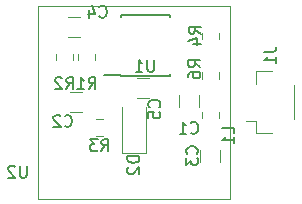
<source format=gbr>
G04 #@! TF.GenerationSoftware,KiCad,Pcbnew,(5.0.0)*
G04 #@! TF.CreationDate,2019-03-24T09:47:22+01:00*
G04 #@! TF.ProjectId,photoDiode_MDversion1.2,70686F746F44696F64655F4D44766572,rev?*
G04 #@! TF.SameCoordinates,Original*
G04 #@! TF.FileFunction,Legend,Bot*
G04 #@! TF.FilePolarity,Positive*
%FSLAX46Y46*%
G04 Gerber Fmt 4.6, Leading zero omitted, Abs format (unit mm)*
G04 Created by KiCad (PCBNEW (5.0.0)) date 03/24/19 09:47:22*
%MOMM*%
%LPD*%
G01*
G04 APERTURE LIST*
%ADD10C,0.120000*%
%ADD11C,0.150000*%
%ADD12C,0.100000*%
G04 APERTURE END LIST*
D10*
G04 #@! TO.C,D2*
X150500000Y-99260000D02*
X148500000Y-99260000D01*
X148500000Y-99260000D02*
X148500000Y-95360000D01*
X150500000Y-99260000D02*
X150500000Y-95360000D01*
G04 #@! TO.C,C5*
X150770000Y-94620000D02*
X149770000Y-94620000D01*
X149770000Y-92920000D02*
X150770000Y-92920000D01*
G04 #@! TO.C,R6*
X155270000Y-92471422D02*
X155270000Y-92988578D01*
X156690000Y-92471422D02*
X156690000Y-92988578D01*
G04 #@! TO.C,R3*
X146331422Y-97870000D02*
X146848578Y-97870000D01*
X146331422Y-96450000D02*
X146848578Y-96450000D01*
G04 #@! TO.C,R4*
X156680000Y-89101422D02*
X156680000Y-89618578D01*
X155260000Y-89101422D02*
X155260000Y-89618578D01*
G04 #@! TO.C,C2*
X145130000Y-95850000D02*
X144130000Y-95850000D01*
X144130000Y-94150000D02*
X145130000Y-94150000D01*
G04 #@! TO.C,R1*
X144800000Y-90931422D02*
X144800000Y-91448578D01*
X146220000Y-90931422D02*
X146220000Y-91448578D01*
G04 #@! TO.C,R2*
X142910000Y-90931422D02*
X142910000Y-91448578D01*
X144330000Y-90931422D02*
X144330000Y-91448578D01*
G04 #@! TO.C,C1*
X155010000Y-94400000D02*
X155010000Y-95400000D01*
X153310000Y-95400000D02*
X153310000Y-94400000D01*
G04 #@! TO.C,J1*
X161165000Y-97610000D02*
X159865000Y-97610000D01*
X159865000Y-97610000D02*
X159865000Y-96560000D01*
X159865000Y-96560000D02*
X159025000Y-96560000D01*
X161165000Y-92390000D02*
X159865000Y-92390000D01*
X159865000Y-92390000D02*
X159865000Y-93440000D01*
X163085000Y-96440000D02*
X163085000Y-93560000D01*
G04 #@! TO.C,C3*
X155130000Y-100030000D02*
X155130000Y-99030000D01*
X156830000Y-99030000D02*
X156830000Y-100030000D01*
G04 #@! TO.C,C4*
X144925000Y-89475000D02*
X143925000Y-89475000D01*
X143925000Y-87775000D02*
X144925000Y-87775000D01*
G04 #@! TO.C,L1*
X156690000Y-96348578D02*
X156690000Y-95831422D01*
X155270000Y-96348578D02*
X155270000Y-95831422D01*
D11*
G04 #@! TO.C,U1*
X148375000Y-92775000D02*
X148375000Y-92725000D01*
X152525000Y-92775000D02*
X152525000Y-92630000D01*
X152525000Y-87625000D02*
X152525000Y-87770000D01*
X148375000Y-87625000D02*
X148375000Y-87770000D01*
X148375000Y-92775000D02*
X152525000Y-92775000D01*
X148375000Y-87625000D02*
X152525000Y-87625000D01*
X148375000Y-92725000D02*
X146975000Y-92725000D01*
D12*
G04 #@! TO.C,U2*
X157650000Y-103150000D02*
X157650000Y-86850000D01*
X141350000Y-103150000D02*
X141350000Y-86850000D01*
X157650000Y-86850000D02*
X141350000Y-86850000D01*
X157650000Y-103150000D02*
X141350000Y-103150000D01*
G04 #@! TO.C,D2*
D11*
X149957379Y-99566905D02*
X148957379Y-99566905D01*
X148957379Y-99805001D01*
X149004999Y-99947858D01*
X149100237Y-100043096D01*
X149195475Y-100090715D01*
X149385951Y-100138334D01*
X149528808Y-100138334D01*
X149719284Y-100090715D01*
X149814522Y-100043096D01*
X149909760Y-99947858D01*
X149957379Y-99805001D01*
X149957379Y-99566905D01*
X149052618Y-100519286D02*
X149004999Y-100566905D01*
X148957379Y-100662143D01*
X148957379Y-100900239D01*
X149004999Y-100995477D01*
X149052618Y-101043096D01*
X149147856Y-101090715D01*
X149243094Y-101090715D01*
X149385951Y-101043096D01*
X149957379Y-100471667D01*
X149957379Y-101090715D01*
G04 #@! TO.C,C5*
X151637142Y-95413333D02*
X151684761Y-95365714D01*
X151732380Y-95222857D01*
X151732380Y-95127619D01*
X151684761Y-94984761D01*
X151589523Y-94889523D01*
X151494285Y-94841904D01*
X151303809Y-94794285D01*
X151160952Y-94794285D01*
X150970476Y-94841904D01*
X150875238Y-94889523D01*
X150780000Y-94984761D01*
X150732380Y-95127619D01*
X150732380Y-95222857D01*
X150780000Y-95365714D01*
X150827619Y-95413333D01*
X150732380Y-96318095D02*
X150732380Y-95841904D01*
X151208571Y-95794285D01*
X151160952Y-95841904D01*
X151113333Y-95937142D01*
X151113333Y-96175238D01*
X151160952Y-96270476D01*
X151208571Y-96318095D01*
X151303809Y-96365714D01*
X151541904Y-96365714D01*
X151637142Y-96318095D01*
X151684761Y-96270476D01*
X151732380Y-96175238D01*
X151732380Y-95937142D01*
X151684761Y-95841904D01*
X151637142Y-95794285D01*
G04 #@! TO.C,R6*
X155112380Y-92033333D02*
X154636190Y-91700000D01*
X155112380Y-91461904D02*
X154112380Y-91461904D01*
X154112380Y-91842857D01*
X154160000Y-91938095D01*
X154207619Y-91985714D01*
X154302857Y-92033333D01*
X154445714Y-92033333D01*
X154540952Y-91985714D01*
X154588571Y-91938095D01*
X154636190Y-91842857D01*
X154636190Y-91461904D01*
X154112380Y-92890476D02*
X154112380Y-92700000D01*
X154160000Y-92604761D01*
X154207619Y-92557142D01*
X154350476Y-92461904D01*
X154540952Y-92414285D01*
X154921904Y-92414285D01*
X155017142Y-92461904D01*
X155064761Y-92509523D01*
X155112380Y-92604761D01*
X155112380Y-92795238D01*
X155064761Y-92890476D01*
X155017142Y-92938095D01*
X154921904Y-92985714D01*
X154683809Y-92985714D01*
X154588571Y-92938095D01*
X154540952Y-92890476D01*
X154493333Y-92795238D01*
X154493333Y-92604761D01*
X154540952Y-92509523D01*
X154588571Y-92461904D01*
X154683809Y-92414285D01*
G04 #@! TO.C,R3*
X146756666Y-99132380D02*
X147090000Y-98656190D01*
X147328095Y-99132380D02*
X147328095Y-98132380D01*
X146947142Y-98132380D01*
X146851904Y-98180000D01*
X146804285Y-98227619D01*
X146756666Y-98322857D01*
X146756666Y-98465714D01*
X146804285Y-98560952D01*
X146851904Y-98608571D01*
X146947142Y-98656190D01*
X147328095Y-98656190D01*
X146423333Y-98132380D02*
X145804285Y-98132380D01*
X146137619Y-98513333D01*
X145994761Y-98513333D01*
X145899523Y-98560952D01*
X145851904Y-98608571D01*
X145804285Y-98703809D01*
X145804285Y-98941904D01*
X145851904Y-99037142D01*
X145899523Y-99084761D01*
X145994761Y-99132380D01*
X146280476Y-99132380D01*
X146375714Y-99084761D01*
X146423333Y-99037142D01*
G04 #@! TO.C,R4*
X155142380Y-89183333D02*
X154666190Y-88850000D01*
X155142380Y-88611904D02*
X154142380Y-88611904D01*
X154142380Y-88992857D01*
X154190000Y-89088095D01*
X154237619Y-89135714D01*
X154332857Y-89183333D01*
X154475714Y-89183333D01*
X154570952Y-89135714D01*
X154618571Y-89088095D01*
X154666190Y-88992857D01*
X154666190Y-88611904D01*
X154475714Y-90040476D02*
X155142380Y-90040476D01*
X154094761Y-89802380D02*
X154809047Y-89564285D01*
X154809047Y-90183333D01*
G04 #@! TO.C,C2*
X143646666Y-96977142D02*
X143694285Y-97024761D01*
X143837142Y-97072380D01*
X143932380Y-97072380D01*
X144075238Y-97024761D01*
X144170476Y-96929523D01*
X144218095Y-96834285D01*
X144265714Y-96643809D01*
X144265714Y-96500952D01*
X144218095Y-96310476D01*
X144170476Y-96215238D01*
X144075238Y-96120000D01*
X143932380Y-96072380D01*
X143837142Y-96072380D01*
X143694285Y-96120000D01*
X143646666Y-96167619D01*
X143265714Y-96167619D02*
X143218095Y-96120000D01*
X143122857Y-96072380D01*
X142884761Y-96072380D01*
X142789523Y-96120000D01*
X142741904Y-96167619D01*
X142694285Y-96262857D01*
X142694285Y-96358095D01*
X142741904Y-96500952D01*
X143313333Y-97072380D01*
X142694285Y-97072380D01*
G04 #@! TO.C,R1*
X145676666Y-93882380D02*
X146010000Y-93406190D01*
X146248095Y-93882380D02*
X146248095Y-92882380D01*
X145867142Y-92882380D01*
X145771904Y-92930000D01*
X145724285Y-92977619D01*
X145676666Y-93072857D01*
X145676666Y-93215714D01*
X145724285Y-93310952D01*
X145771904Y-93358571D01*
X145867142Y-93406190D01*
X146248095Y-93406190D01*
X144724285Y-93882380D02*
X145295714Y-93882380D01*
X145010000Y-93882380D02*
X145010000Y-92882380D01*
X145105238Y-93025238D01*
X145200476Y-93120476D01*
X145295714Y-93168095D01*
G04 #@! TO.C,R2*
X143786666Y-93882380D02*
X144120000Y-93406190D01*
X144358095Y-93882380D02*
X144358095Y-92882380D01*
X143977142Y-92882380D01*
X143881904Y-92930000D01*
X143834285Y-92977619D01*
X143786666Y-93072857D01*
X143786666Y-93215714D01*
X143834285Y-93310952D01*
X143881904Y-93358571D01*
X143977142Y-93406190D01*
X144358095Y-93406190D01*
X143405714Y-92977619D02*
X143358095Y-92930000D01*
X143262857Y-92882380D01*
X143024761Y-92882380D01*
X142929523Y-92930000D01*
X142881904Y-92977619D01*
X142834285Y-93072857D01*
X142834285Y-93168095D01*
X142881904Y-93310952D01*
X143453333Y-93882380D01*
X142834285Y-93882380D01*
G04 #@! TO.C,C1*
X154326666Y-97567142D02*
X154374285Y-97614761D01*
X154517142Y-97662380D01*
X154612380Y-97662380D01*
X154755238Y-97614761D01*
X154850476Y-97519523D01*
X154898095Y-97424285D01*
X154945714Y-97233809D01*
X154945714Y-97090952D01*
X154898095Y-96900476D01*
X154850476Y-96805238D01*
X154755238Y-96710000D01*
X154612380Y-96662380D01*
X154517142Y-96662380D01*
X154374285Y-96710000D01*
X154326666Y-96757619D01*
X153374285Y-97662380D02*
X153945714Y-97662380D01*
X153660000Y-97662380D02*
X153660000Y-96662380D01*
X153755238Y-96805238D01*
X153850476Y-96900476D01*
X153945714Y-96948095D01*
G04 #@! TO.C,J1*
X160552380Y-90716666D02*
X161266666Y-90716666D01*
X161409523Y-90669047D01*
X161504761Y-90573809D01*
X161552380Y-90430952D01*
X161552380Y-90335714D01*
X161552380Y-91716666D02*
X161552380Y-91145238D01*
X161552380Y-91430952D02*
X160552380Y-91430952D01*
X160695238Y-91335714D01*
X160790476Y-91240476D01*
X160838095Y-91145238D01*
G04 #@! TO.C,C3*
X154837142Y-99363333D02*
X154884761Y-99315714D01*
X154932380Y-99172857D01*
X154932380Y-99077619D01*
X154884761Y-98934761D01*
X154789523Y-98839523D01*
X154694285Y-98791904D01*
X154503809Y-98744285D01*
X154360952Y-98744285D01*
X154170476Y-98791904D01*
X154075238Y-98839523D01*
X153980000Y-98934761D01*
X153932380Y-99077619D01*
X153932380Y-99172857D01*
X153980000Y-99315714D01*
X154027619Y-99363333D01*
X153932380Y-99696666D02*
X153932380Y-100315714D01*
X154313333Y-99982380D01*
X154313333Y-100125238D01*
X154360952Y-100220476D01*
X154408571Y-100268095D01*
X154503809Y-100315714D01*
X154741904Y-100315714D01*
X154837142Y-100268095D01*
X154884761Y-100220476D01*
X154932380Y-100125238D01*
X154932380Y-99839523D01*
X154884761Y-99744285D01*
X154837142Y-99696666D01*
G04 #@! TO.C,C4*
X146576666Y-87737142D02*
X146624285Y-87784761D01*
X146767142Y-87832380D01*
X146862380Y-87832380D01*
X147005238Y-87784761D01*
X147100476Y-87689523D01*
X147148095Y-87594285D01*
X147195714Y-87403809D01*
X147195714Y-87260952D01*
X147148095Y-87070476D01*
X147100476Y-86975238D01*
X147005238Y-86880000D01*
X146862380Y-86832380D01*
X146767142Y-86832380D01*
X146624285Y-86880000D01*
X146576666Y-86927619D01*
X145719523Y-87165714D02*
X145719523Y-87832380D01*
X145957619Y-86784761D02*
X146195714Y-87499047D01*
X145576666Y-87499047D01*
G04 #@! TO.C,L1*
X157952380Y-97613333D02*
X157952380Y-97137142D01*
X156952380Y-97137142D01*
X157952380Y-98470476D02*
X157952380Y-97899047D01*
X157952380Y-98184761D02*
X156952380Y-98184761D01*
X157095238Y-98089523D01*
X157190476Y-97994285D01*
X157238095Y-97899047D01*
G04 #@! TO.C,U1*
X151211904Y-91402380D02*
X151211904Y-92211904D01*
X151164285Y-92307142D01*
X151116666Y-92354761D01*
X151021428Y-92402380D01*
X150830952Y-92402380D01*
X150735714Y-92354761D01*
X150688095Y-92307142D01*
X150640476Y-92211904D01*
X150640476Y-91402380D01*
X149640476Y-92402380D02*
X150211904Y-92402380D01*
X149926190Y-92402380D02*
X149926190Y-91402380D01*
X150021428Y-91545238D01*
X150116666Y-91640476D01*
X150211904Y-91688095D01*
G04 #@! TO.C,U2*
X140421904Y-100372380D02*
X140421904Y-101181904D01*
X140374285Y-101277142D01*
X140326666Y-101324761D01*
X140231428Y-101372380D01*
X140040952Y-101372380D01*
X139945714Y-101324761D01*
X139898095Y-101277142D01*
X139850476Y-101181904D01*
X139850476Y-100372380D01*
X139421904Y-100467619D02*
X139374285Y-100420000D01*
X139279047Y-100372380D01*
X139040952Y-100372380D01*
X138945714Y-100420000D01*
X138898095Y-100467619D01*
X138850476Y-100562857D01*
X138850476Y-100658095D01*
X138898095Y-100800952D01*
X139469523Y-101372380D01*
X138850476Y-101372380D01*
G04 #@! TD*
M02*

</source>
